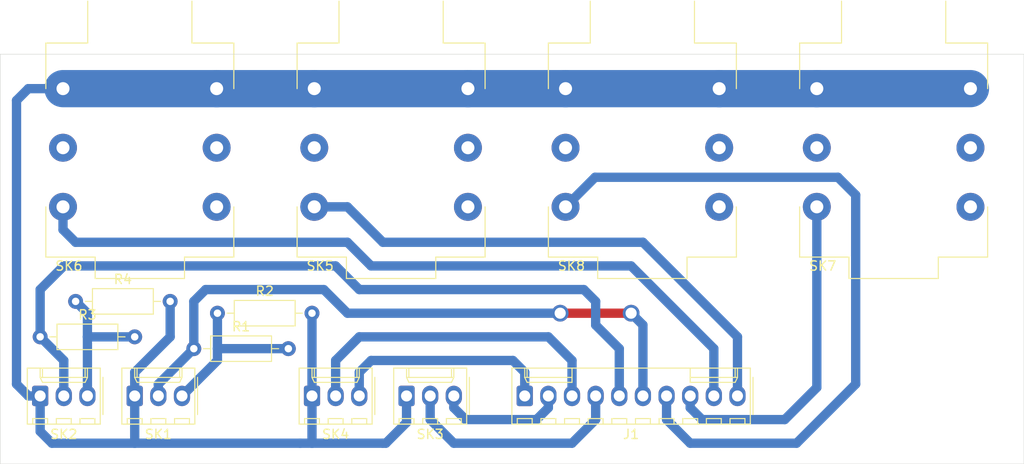
<source format=kicad_pcb>
(kicad_pcb (version 20171130) (host pcbnew 5.1.7-a382d34a8~87~ubuntu16.04.1)

  (general
    (thickness 1.6)
    (drawings 4)
    (tracks 103)
    (zones 0)
    (modules 13)
    (nets 26)
  )

  (page A4)
  (layers
    (0 F.Cu signal)
    (31 B.Cu signal)
    (32 B.Adhes user)
    (33 F.Adhes user)
    (34 B.Paste user)
    (35 F.Paste user)
    (36 B.SilkS user)
    (37 F.SilkS user)
    (38 B.Mask user)
    (39 F.Mask user)
    (40 Dwgs.User user)
    (41 Cmts.User user)
    (42 Eco1.User user)
    (43 Eco2.User user)
    (44 Edge.Cuts user)
    (45 Margin user)
    (46 B.CrtYd user)
    (47 F.CrtYd user)
    (48 B.Fab user)
    (49 F.Fab user)
  )

  (setup
    (last_trace_width 0.25)
    (user_trace_width 1)
    (user_trace_width 4)
    (trace_clearance 0.2)
    (zone_clearance 0.508)
    (zone_45_only no)
    (trace_min 0.2)
    (via_size 0.8)
    (via_drill 0.4)
    (via_min_size 0.4)
    (via_min_drill 0.3)
    (user_via 1.8 1.2)
    (uvia_size 0.3)
    (uvia_drill 0.1)
    (uvias_allowed no)
    (uvia_min_size 0.2)
    (uvia_min_drill 0.1)
    (edge_width 0.05)
    (segment_width 0.2)
    (pcb_text_width 0.3)
    (pcb_text_size 1.5 1.5)
    (mod_edge_width 0.12)
    (mod_text_size 1 1)
    (mod_text_width 0.15)
    (pad_size 1.524 1.524)
    (pad_drill 0.762)
    (pad_to_mask_clearance 0)
    (aux_axis_origin 0 0)
    (visible_elements FFFFFFFF)
    (pcbplotparams
      (layerselection 0x010fc_ffffffff)
      (usegerberextensions false)
      (usegerberattributes true)
      (usegerberadvancedattributes true)
      (creategerberjobfile true)
      (excludeedgelayer true)
      (linewidth 0.100000)
      (plotframeref false)
      (viasonmask false)
      (mode 1)
      (useauxorigin false)
      (hpglpennumber 1)
      (hpglpenspeed 20)
      (hpglpendiameter 15.000000)
      (psnegative false)
      (psa4output false)
      (plotreference true)
      (plotvalue true)
      (plotinvisibletext false)
      (padsonsilk false)
      (subtractmaskfromsilk false)
      (outputformat 1)
      (mirror false)
      (drillshape 1)
      (scaleselection 1)
      (outputdirectory ""))
  )

  (net 0 "")
  (net 1 "Net-(J1-Pad10)")
  (net 2 "Net-(J1-Pad9)")
  (net 3 "Net-(J1-Pad8)")
  (net 4 "Net-(J1-Pad7)")
  (net 5 "Net-(J1-Pad6)")
  (net 6 "Net-(J1-Pad5)")
  (net 7 "Net-(J1-Pad4)")
  (net 8 "Net-(J1-Pad3)")
  (net 9 "Net-(J1-Pad2)")
  (net 10 "Net-(J1-Pad1)")
  (net 11 "Net-(R1-Pad2)")
  (net 12 GND)
  (net 13 "Net-(R3-Pad2)")
  (net 14 "Net-(SK5-PadR)")
  (net 15 "Net-(SK5-PadRN)")
  (net 16 "Net-(SK5-PadTN)")
  (net 17 "Net-(SK6-PadR)")
  (net 18 "Net-(SK6-PadRN)")
  (net 19 "Net-(SK6-PadTN)")
  (net 20 "Net-(SK7-PadR)")
  (net 21 "Net-(SK7-PadRN)")
  (net 22 "Net-(SK7-PadTN)")
  (net 23 "Net-(SK8-PadR)")
  (net 24 "Net-(SK8-PadRN)")
  (net 25 "Net-(SK8-PadTN)")

  (net_class Default "This is the default net class."
    (clearance 0.2)
    (trace_width 0.25)
    (via_dia 0.8)
    (via_drill 0.4)
    (uvia_dia 0.3)
    (uvia_drill 0.1)
    (add_net GND)
    (add_net "Net-(J1-Pad1)")
    (add_net "Net-(J1-Pad10)")
    (add_net "Net-(J1-Pad2)")
    (add_net "Net-(J1-Pad3)")
    (add_net "Net-(J1-Pad4)")
    (add_net "Net-(J1-Pad5)")
    (add_net "Net-(J1-Pad6)")
    (add_net "Net-(J1-Pad7)")
    (add_net "Net-(J1-Pad8)")
    (add_net "Net-(J1-Pad9)")
    (add_net "Net-(R1-Pad2)")
    (add_net "Net-(R3-Pad2)")
    (add_net "Net-(SK5-PadR)")
    (add_net "Net-(SK5-PadRN)")
    (add_net "Net-(SK5-PadTN)")
    (add_net "Net-(SK6-PadR)")
    (add_net "Net-(SK6-PadRN)")
    (add_net "Net-(SK6-PadTN)")
    (add_net "Net-(SK7-PadR)")
    (add_net "Net-(SK7-PadRN)")
    (add_net "Net-(SK7-PadTN)")
    (add_net "Net-(SK8-PadR)")
    (add_net "Net-(SK8-PadRN)")
    (add_net "Net-(SK8-PadTN)")
  )

  (module TAC:CL13345 (layer F.Cu) (tedit 5F96A063) (tstamp 5FC07534)
    (at 126 139.7 90)
    (path /5FBCC165)
    (fp_text reference SK7 (at -19.05 -7.62 180) (layer F.SilkS)
      (effects (font (size 1 1) (thickness 0.15)))
    )
    (fp_text value "Left Aux Monitor" (at -6.35 -1.27 270) (layer F.Fab)
      (effects (font (size 1 1) (thickness 0.15)))
    )
    (fp_text user Jack_6.35mm_Cliff_CL13345 (at -6.35 1.27 90) (layer F.Fab)
      (effects (font (size 1 1) (thickness 0.15)))
    )
    (fp_line (start -20.5 10.1) (end -20.5 -10.1) (layer F.CrtYd) (width 0.05))
    (fp_line (start 9.5 10.1) (end -20.5 10.1) (layer F.CrtYd) (width 0.05))
    (fp_line (start 9.5 -10.1) (end 9.5 10.1) (layer F.CrtYd) (width 0.05))
    (fp_line (start -20.5 -10.1) (end 9.5 -10.1) (layer F.CrtYd) (width 0.05))
    (fp_line (start 4.8 -10) (end 4.8 10) (layer F.Fab) (width 0.12))
    (fp_line (start 4.8 -10) (end -18 -10) (layer F.Fab) (width 0.12))
    (fp_line (start -18 -10) (end -18 10) (layer F.Fab) (width 0.12))
    (fp_line (start -18 10) (end 4.8 10) (layer F.Fab) (width 0.12))
    (fp_line (start -20.3 4.7) (end -20.3 -4.7) (layer F.Fab) (width 0.12))
    (fp_line (start -20.3 -4.7) (end -18 -4.7) (layer F.Fab) (width 0.12))
    (fp_line (start -20.3 4.7) (end -18 4.7) (layer F.Fab) (width 0.12))
    (fp_line (start 9.4 5.5) (end 9.4 -5.5) (layer F.Fab) (width 0.12))
    (fp_line (start 9.4 -5.5) (end 4.8 -5.5) (layer F.Fab) (width 0.12))
    (fp_line (start 9.4 5.5) (end 4.8 5.5) (layer F.Fab) (width 0.12))
    (fp_line (start 9.4 -5.6) (end 4.9 -5.6) (layer F.SilkS) (width 0.12))
    (fp_line (start 4.9 -5.6) (end 4.9 -10.1) (layer F.SilkS) (width 0.12))
    (fp_line (start 4.9 -10.1) (end 0 -10.1) (layer F.SilkS) (width 0.12))
    (fp_line (start 9.4 5.6) (end 4.9 5.6) (layer F.SilkS) (width 0.12))
    (fp_line (start 4.9 5.6) (end 4.9 10.1) (layer F.SilkS) (width 0.12))
    (fp_line (start 4.9 10.1) (end 0 10.1) (layer F.SilkS) (width 0.12))
    (fp_line (start -12.7 -10.1) (end -18.1 -10.1) (layer F.SilkS) (width 0.12))
    (fp_line (start -18.1 -10.1) (end -18.1 -4.8) (layer F.SilkS) (width 0.12))
    (fp_line (start -18.1 -4.8) (end -20.4 -4.8) (layer F.SilkS) (width 0.12))
    (fp_line (start -20.4 -4.8) (end -20.4 4.8) (layer F.SilkS) (width 0.12))
    (fp_line (start -20.4 4.8) (end -18.1 4.8) (layer F.SilkS) (width 0.12))
    (fp_line (start -18.1 4.8) (end -18.1 10.1) (layer F.SilkS) (width 0.12))
    (fp_line (start -18.1 10.1) (end -12.7 10.1) (layer F.SilkS) (width 0.12))
    (pad S thru_hole circle (at 0 -8.255 180) (size 3 3) (drill 1.4) (layers *.Cu *.Mask)
      (net 12 GND))
    (pad T thru_hole circle (at -12.7 -8.255 180) (size 3 3) (drill 1.4) (layers *.Cu *.Mask)
      (net 3 "Net-(J1-Pad8)"))
    (pad R thru_hole circle (at -6.35 -8.255 180) (size 3 3) (drill 1.4) (layers *.Cu *.Mask)
      (net 20 "Net-(SK7-PadR)"))
    (pad SN thru_hole circle (at 0 8.255 180) (size 3 3) (drill 1.4) (layers *.Cu *.Mask)
      (net 12 GND))
    (pad RN thru_hole circle (at -6.35 8.255 180) (size 3 3) (drill 1.4) (layers *.Cu *.Mask)
      (net 21 "Net-(SK7-PadRN)"))
    (pad TN thru_hole circle (at -12.7 8.255 180) (size 3 3) (drill 1.4) (layers *.Cu *.Mask)
      (net 22 "Net-(SK7-PadTN)"))
    (model ${KIPRJMOD}/local-libs/local-3dmodels/CL13345.step
      (offset (xyz -18 -10 0))
      (scale (xyz 1 1 1))
      (rotate (xyz 0 0 -90))
    )
  )

  (module TAC:CL13345 (layer F.Cu) (tedit 5F96A063) (tstamp 5FC07456)
    (at 99 139.7 90)
    (path /5FBCCCB6)
    (fp_text reference SK8 (at -19.05 -7.62 180) (layer F.SilkS)
      (effects (font (size 1 1) (thickness 0.15)))
    )
    (fp_text value "Right Aux Monitor" (at -6.35 -1.27 270) (layer F.Fab)
      (effects (font (size 1 1) (thickness 0.15)))
    )
    (fp_text user Jack_6.35mm_Cliff_CL13345 (at -6.35 1.27 90) (layer F.Fab)
      (effects (font (size 1 1) (thickness 0.15)))
    )
    (fp_line (start -20.5 10.1) (end -20.5 -10.1) (layer F.CrtYd) (width 0.05))
    (fp_line (start 9.5 10.1) (end -20.5 10.1) (layer F.CrtYd) (width 0.05))
    (fp_line (start 9.5 -10.1) (end 9.5 10.1) (layer F.CrtYd) (width 0.05))
    (fp_line (start -20.5 -10.1) (end 9.5 -10.1) (layer F.CrtYd) (width 0.05))
    (fp_line (start 4.8 -10) (end 4.8 10) (layer F.Fab) (width 0.12))
    (fp_line (start 4.8 -10) (end -18 -10) (layer F.Fab) (width 0.12))
    (fp_line (start -18 -10) (end -18 10) (layer F.Fab) (width 0.12))
    (fp_line (start -18 10) (end 4.8 10) (layer F.Fab) (width 0.12))
    (fp_line (start -20.3 4.7) (end -20.3 -4.7) (layer F.Fab) (width 0.12))
    (fp_line (start -20.3 -4.7) (end -18 -4.7) (layer F.Fab) (width 0.12))
    (fp_line (start -20.3 4.7) (end -18 4.7) (layer F.Fab) (width 0.12))
    (fp_line (start 9.4 5.5) (end 9.4 -5.5) (layer F.Fab) (width 0.12))
    (fp_line (start 9.4 -5.5) (end 4.8 -5.5) (layer F.Fab) (width 0.12))
    (fp_line (start 9.4 5.5) (end 4.8 5.5) (layer F.Fab) (width 0.12))
    (fp_line (start 9.4 -5.6) (end 4.9 -5.6) (layer F.SilkS) (width 0.12))
    (fp_line (start 4.9 -5.6) (end 4.9 -10.1) (layer F.SilkS) (width 0.12))
    (fp_line (start 4.9 -10.1) (end 0 -10.1) (layer F.SilkS) (width 0.12))
    (fp_line (start 9.4 5.6) (end 4.9 5.6) (layer F.SilkS) (width 0.12))
    (fp_line (start 4.9 5.6) (end 4.9 10.1) (layer F.SilkS) (width 0.12))
    (fp_line (start 4.9 10.1) (end 0 10.1) (layer F.SilkS) (width 0.12))
    (fp_line (start -12.7 -10.1) (end -18.1 -10.1) (layer F.SilkS) (width 0.12))
    (fp_line (start -18.1 -10.1) (end -18.1 -4.8) (layer F.SilkS) (width 0.12))
    (fp_line (start -18.1 -4.8) (end -20.4 -4.8) (layer F.SilkS) (width 0.12))
    (fp_line (start -20.4 -4.8) (end -20.4 4.8) (layer F.SilkS) (width 0.12))
    (fp_line (start -20.4 4.8) (end -18.1 4.8) (layer F.SilkS) (width 0.12))
    (fp_line (start -18.1 4.8) (end -18.1 10.1) (layer F.SilkS) (width 0.12))
    (fp_line (start -18.1 10.1) (end -12.7 10.1) (layer F.SilkS) (width 0.12))
    (pad S thru_hole circle (at 0 -8.255 180) (size 3 3) (drill 1.4) (layers *.Cu *.Mask)
      (net 12 GND))
    (pad T thru_hole circle (at -12.7 -8.255 180) (size 3 3) (drill 1.4) (layers *.Cu *.Mask)
      (net 4 "Net-(J1-Pad7)"))
    (pad R thru_hole circle (at -6.35 -8.255 180) (size 3 3) (drill 1.4) (layers *.Cu *.Mask)
      (net 23 "Net-(SK8-PadR)"))
    (pad SN thru_hole circle (at 0 8.255 180) (size 3 3) (drill 1.4) (layers *.Cu *.Mask)
      (net 12 GND))
    (pad RN thru_hole circle (at -6.35 8.255 180) (size 3 3) (drill 1.4) (layers *.Cu *.Mask)
      (net 24 "Net-(SK8-PadRN)"))
    (pad TN thru_hole circle (at -12.7 8.255 180) (size 3 3) (drill 1.4) (layers *.Cu *.Mask)
      (net 25 "Net-(SK8-PadTN)"))
    (model ${KIPRJMOD}/local-libs/local-3dmodels/CL13345.step
      (offset (xyz -18 -10 0))
      (scale (xyz 1 1 1))
      (rotate (xyz 0 0 -90))
    )
  )

  (module TAC:CL13345 (layer F.Cu) (tedit 5F96A063) (tstamp 5FC075A3)
    (at 72 139.7 90)
    (path /5FBCD7BE)
    (fp_text reference SK5 (at -19.05 -7.62 180) (layer F.SilkS)
      (effects (font (size 1 1) (thickness 0.15)))
    )
    (fp_text value "Left Monitor" (at -6.35 -1.27 270) (layer F.Fab)
      (effects (font (size 1 1) (thickness 0.15)))
    )
    (fp_text user Jack_6.35mm_Cliff_CL13345 (at -6.35 1.27 90) (layer F.Fab)
      (effects (font (size 1 1) (thickness 0.15)))
    )
    (fp_line (start -20.5 10.1) (end -20.5 -10.1) (layer F.CrtYd) (width 0.05))
    (fp_line (start 9.5 10.1) (end -20.5 10.1) (layer F.CrtYd) (width 0.05))
    (fp_line (start 9.5 -10.1) (end 9.5 10.1) (layer F.CrtYd) (width 0.05))
    (fp_line (start -20.5 -10.1) (end 9.5 -10.1) (layer F.CrtYd) (width 0.05))
    (fp_line (start 4.8 -10) (end 4.8 10) (layer F.Fab) (width 0.12))
    (fp_line (start 4.8 -10) (end -18 -10) (layer F.Fab) (width 0.12))
    (fp_line (start -18 -10) (end -18 10) (layer F.Fab) (width 0.12))
    (fp_line (start -18 10) (end 4.8 10) (layer F.Fab) (width 0.12))
    (fp_line (start -20.3 4.7) (end -20.3 -4.7) (layer F.Fab) (width 0.12))
    (fp_line (start -20.3 -4.7) (end -18 -4.7) (layer F.Fab) (width 0.12))
    (fp_line (start -20.3 4.7) (end -18 4.7) (layer F.Fab) (width 0.12))
    (fp_line (start 9.4 5.5) (end 9.4 -5.5) (layer F.Fab) (width 0.12))
    (fp_line (start 9.4 -5.5) (end 4.8 -5.5) (layer F.Fab) (width 0.12))
    (fp_line (start 9.4 5.5) (end 4.8 5.5) (layer F.Fab) (width 0.12))
    (fp_line (start 9.4 -5.6) (end 4.9 -5.6) (layer F.SilkS) (width 0.12))
    (fp_line (start 4.9 -5.6) (end 4.9 -10.1) (layer F.SilkS) (width 0.12))
    (fp_line (start 4.9 -10.1) (end 0 -10.1) (layer F.SilkS) (width 0.12))
    (fp_line (start 9.4 5.6) (end 4.9 5.6) (layer F.SilkS) (width 0.12))
    (fp_line (start 4.9 5.6) (end 4.9 10.1) (layer F.SilkS) (width 0.12))
    (fp_line (start 4.9 10.1) (end 0 10.1) (layer F.SilkS) (width 0.12))
    (fp_line (start -12.7 -10.1) (end -18.1 -10.1) (layer F.SilkS) (width 0.12))
    (fp_line (start -18.1 -10.1) (end -18.1 -4.8) (layer F.SilkS) (width 0.12))
    (fp_line (start -18.1 -4.8) (end -20.4 -4.8) (layer F.SilkS) (width 0.12))
    (fp_line (start -20.4 -4.8) (end -20.4 4.8) (layer F.SilkS) (width 0.12))
    (fp_line (start -20.4 4.8) (end -18.1 4.8) (layer F.SilkS) (width 0.12))
    (fp_line (start -18.1 4.8) (end -18.1 10.1) (layer F.SilkS) (width 0.12))
    (fp_line (start -18.1 10.1) (end -12.7 10.1) (layer F.SilkS) (width 0.12))
    (pad S thru_hole circle (at 0 -8.255 180) (size 3 3) (drill 1.4) (layers *.Cu *.Mask)
      (net 12 GND))
    (pad T thru_hole circle (at -12.7 -8.255 180) (size 3 3) (drill 1.4) (layers *.Cu *.Mask)
      (net 1 "Net-(J1-Pad10)"))
    (pad R thru_hole circle (at -6.35 -8.255 180) (size 3 3) (drill 1.4) (layers *.Cu *.Mask)
      (net 14 "Net-(SK5-PadR)"))
    (pad SN thru_hole circle (at 0 8.255 180) (size 3 3) (drill 1.4) (layers *.Cu *.Mask)
      (net 12 GND))
    (pad RN thru_hole circle (at -6.35 8.255 180) (size 3 3) (drill 1.4) (layers *.Cu *.Mask)
      (net 15 "Net-(SK5-PadRN)"))
    (pad TN thru_hole circle (at -12.7 8.255 180) (size 3 3) (drill 1.4) (layers *.Cu *.Mask)
      (net 16 "Net-(SK5-PadTN)"))
    (model ${KIPRJMOD}/local-libs/local-3dmodels/CL13345.step
      (offset (xyz -18 -10 0))
      (scale (xyz 1 1 1))
      (rotate (xyz 0 0 -90))
    )
  )

  (module TAC:CL13345 (layer F.Cu) (tedit 5F96A063) (tstamp 5FC074C5)
    (at 45 139.7 90)
    (path /5FBCE14C)
    (fp_text reference SK6 (at -19.05 -7.62 180) (layer F.SilkS)
      (effects (font (size 1 1) (thickness 0.15)))
    )
    (fp_text value "Right Monitor" (at -6.35 -1.27 270) (layer F.Fab)
      (effects (font (size 1 1) (thickness 0.15)))
    )
    (fp_text user Jack_6.35mm_Cliff_CL13345 (at -6.35 1.27 90) (layer F.Fab)
      (effects (font (size 1 1) (thickness 0.15)))
    )
    (fp_line (start -20.5 10.1) (end -20.5 -10.1) (layer F.CrtYd) (width 0.05))
    (fp_line (start 9.5 10.1) (end -20.5 10.1) (layer F.CrtYd) (width 0.05))
    (fp_line (start 9.5 -10.1) (end 9.5 10.1) (layer F.CrtYd) (width 0.05))
    (fp_line (start -20.5 -10.1) (end 9.5 -10.1) (layer F.CrtYd) (width 0.05))
    (fp_line (start 4.8 -10) (end 4.8 10) (layer F.Fab) (width 0.12))
    (fp_line (start 4.8 -10) (end -18 -10) (layer F.Fab) (width 0.12))
    (fp_line (start -18 -10) (end -18 10) (layer F.Fab) (width 0.12))
    (fp_line (start -18 10) (end 4.8 10) (layer F.Fab) (width 0.12))
    (fp_line (start -20.3 4.7) (end -20.3 -4.7) (layer F.Fab) (width 0.12))
    (fp_line (start -20.3 -4.7) (end -18 -4.7) (layer F.Fab) (width 0.12))
    (fp_line (start -20.3 4.7) (end -18 4.7) (layer F.Fab) (width 0.12))
    (fp_line (start 9.4 5.5) (end 9.4 -5.5) (layer F.Fab) (width 0.12))
    (fp_line (start 9.4 -5.5) (end 4.8 -5.5) (layer F.Fab) (width 0.12))
    (fp_line (start 9.4 5.5) (end 4.8 5.5) (layer F.Fab) (width 0.12))
    (fp_line (start 9.4 -5.6) (end 4.9 -5.6) (layer F.SilkS) (width 0.12))
    (fp_line (start 4.9 -5.6) (end 4.9 -10.1) (layer F.SilkS) (width 0.12))
    (fp_line (start 4.9 -10.1) (end 0 -10.1) (layer F.SilkS) (width 0.12))
    (fp_line (start 9.4 5.6) (end 4.9 5.6) (layer F.SilkS) (width 0.12))
    (fp_line (start 4.9 5.6) (end 4.9 10.1) (layer F.SilkS) (width 0.12))
    (fp_line (start 4.9 10.1) (end 0 10.1) (layer F.SilkS) (width 0.12))
    (fp_line (start -12.7 -10.1) (end -18.1 -10.1) (layer F.SilkS) (width 0.12))
    (fp_line (start -18.1 -10.1) (end -18.1 -4.8) (layer F.SilkS) (width 0.12))
    (fp_line (start -18.1 -4.8) (end -20.4 -4.8) (layer F.SilkS) (width 0.12))
    (fp_line (start -20.4 -4.8) (end -20.4 4.8) (layer F.SilkS) (width 0.12))
    (fp_line (start -20.4 4.8) (end -18.1 4.8) (layer F.SilkS) (width 0.12))
    (fp_line (start -18.1 4.8) (end -18.1 10.1) (layer F.SilkS) (width 0.12))
    (fp_line (start -18.1 10.1) (end -12.7 10.1) (layer F.SilkS) (width 0.12))
    (pad S thru_hole circle (at 0 -8.255 180) (size 3 3) (drill 1.4) (layers *.Cu *.Mask)
      (net 12 GND))
    (pad T thru_hole circle (at -12.7 -8.255 180) (size 3 3) (drill 1.4) (layers *.Cu *.Mask)
      (net 2 "Net-(J1-Pad9)"))
    (pad R thru_hole circle (at -6.35 -8.255 180) (size 3 3) (drill 1.4) (layers *.Cu *.Mask)
      (net 17 "Net-(SK6-PadR)"))
    (pad SN thru_hole circle (at 0 8.255 180) (size 3 3) (drill 1.4) (layers *.Cu *.Mask)
      (net 12 GND))
    (pad RN thru_hole circle (at -6.35 8.255 180) (size 3 3) (drill 1.4) (layers *.Cu *.Mask)
      (net 18 "Net-(SK6-PadRN)"))
    (pad TN thru_hole circle (at -12.7 8.255 180) (size 3 3) (drill 1.4) (layers *.Cu *.Mask)
      (net 19 "Net-(SK6-PadTN)"))
    (model ${KIPRJMOD}/local-libs/local-3dmodels/CL13345.step
      (offset (xyz -18 -10 0))
      (scale (xyz 1 1 1))
      (rotate (xyz 0 0 -90))
    )
  )

  (module TAC:Molex_KK-254_AE-6410-03A_1x03_P2.54mm_Vertical_reversed (layer F.Cu) (tedit 5FBFFF12) (tstamp 5FC05B84)
    (at 68.58 172.72 180)
    (descr "Molex KK-254 Interconnect System, old/engineering part number: AE-6410-03A example for new part number: 22-27-2031, 3 Pins (http://www.molex.com/pdm_docs/sd/022272021_sd.pdf), generated with kicad-footprint-generator")
    (tags "connector Molex KK-254 vertical")
    (path /5FBC5C08)
    (fp_text reference SK4 (at 2.54 -4.12) (layer F.SilkS)
      (effects (font (size 1 1) (thickness 0.15)))
    )
    (fp_text value "Right Insert" (at 2.54 4.08) (layer F.Fab)
      (effects (font (size 1 1) (thickness 0.15)))
    )
    (fp_line (start -1.27 -2.92) (end -1.27 2.88) (layer F.Fab) (width 0.1))
    (fp_line (start -1.27 2.88) (end 6.35 2.88) (layer F.Fab) (width 0.1))
    (fp_line (start 6.35 2.88) (end 6.35 -2.92) (layer F.Fab) (width 0.1))
    (fp_line (start 6.35 -2.92) (end -1.27 -2.92) (layer F.Fab) (width 0.1))
    (fp_line (start -1.38 -3.03) (end -1.38 2.99) (layer F.SilkS) (width 0.12))
    (fp_line (start -1.38 2.99) (end 6.46 2.99) (layer F.SilkS) (width 0.12))
    (fp_line (start 6.46 2.99) (end 6.46 -3.03) (layer F.SilkS) (width 0.12))
    (fp_line (start 6.46 -3.03) (end -1.38 -3.03) (layer F.SilkS) (width 0.12))
    (fp_line (start -1.67 -2) (end -1.67 2) (layer F.SilkS) (width 0.12))
    (fp_line (start -1.27 -0.5) (end -0.562893 0) (layer F.Fab) (width 0.1))
    (fp_line (start -0.562893 0) (end -1.27 0.5) (layer F.Fab) (width 0.1))
    (fp_line (start 0 2.99) (end 0 1.99) (layer F.SilkS) (width 0.12))
    (fp_line (start 0 1.99) (end 5.08 1.99) (layer F.SilkS) (width 0.12))
    (fp_line (start 5.08 1.99) (end 5.08 2.99) (layer F.SilkS) (width 0.12))
    (fp_line (start 0 1.99) (end 0.25 1.46) (layer F.SilkS) (width 0.12))
    (fp_line (start 0.25 1.46) (end 4.83 1.46) (layer F.SilkS) (width 0.12))
    (fp_line (start 4.83 1.46) (end 5.08 1.99) (layer F.SilkS) (width 0.12))
    (fp_line (start 0.25 2.99) (end 0.25 1.99) (layer F.SilkS) (width 0.12))
    (fp_line (start 4.83 2.99) (end 4.83 1.99) (layer F.SilkS) (width 0.12))
    (fp_line (start -0.8 -3.03) (end -0.8 -2.43) (layer F.SilkS) (width 0.12))
    (fp_line (start -0.8 -2.43) (end 0.8 -2.43) (layer F.SilkS) (width 0.12))
    (fp_line (start 0.8 -2.43) (end 0.8 -3.03) (layer F.SilkS) (width 0.12))
    (fp_line (start 1.74 -3.03) (end 1.74 -2.43) (layer F.SilkS) (width 0.12))
    (fp_line (start 1.74 -2.43) (end 3.34 -2.43) (layer F.SilkS) (width 0.12))
    (fp_line (start 3.34 -2.43) (end 3.34 -3.03) (layer F.SilkS) (width 0.12))
    (fp_line (start 4.28 -3.03) (end 4.28 -2.43) (layer F.SilkS) (width 0.12))
    (fp_line (start 4.28 -2.43) (end 5.88 -2.43) (layer F.SilkS) (width 0.12))
    (fp_line (start 5.88 -2.43) (end 5.88 -3.03) (layer F.SilkS) (width 0.12))
    (fp_line (start -1.77 -3.42) (end -1.77 3.38) (layer F.CrtYd) (width 0.05))
    (fp_line (start -1.77 3.38) (end 6.85 3.38) (layer F.CrtYd) (width 0.05))
    (fp_line (start 6.85 3.38) (end 6.85 -3.42) (layer F.CrtYd) (width 0.05))
    (fp_line (start 6.85 -3.42) (end -1.77 -3.42) (layer F.CrtYd) (width 0.05))
    (fp_text user %R (at 2.54 -2.22) (layer F.Fab)
      (effects (font (size 1 1) (thickness 0.15)))
    )
    (pad 1 thru_hole roundrect (at 5.08 0 180) (size 1.74 2.19) (drill 1.19) (layers *.Cu *.Mask) (roundrect_rratio 0.144)
      (net 12 GND))
    (pad 2 thru_hole oval (at 2.54 0 180) (size 1.74 2.19) (drill 1.19) (layers *.Cu *.Mask)
      (net 8 "Net-(J1-Pad3)"))
    (pad 3 thru_hole oval (at 0 0 180) (size 1.74 2.19) (drill 1.19) (layers *.Cu *.Mask)
      (net 10 "Net-(J1-Pad1)"))
    (model ${KISYS3DMOD}/Connector_Molex.3dshapes/Molex_KK-254_AE-6410-03A_1x03_P2.54mm_Vertical.wrl
      (at (xyz 0 0 0))
      (scale (xyz 1 1 1))
      (rotate (xyz 0 0 0))
    )
  )

  (module TAC:Molex_KK-254_AE-6410-03A_1x03_P2.54mm_Vertical_reversed (layer F.Cu) (tedit 5FBFFF12) (tstamp 5FC06F7D)
    (at 78.74 172.72 180)
    (descr "Molex KK-254 Interconnect System, old/engineering part number: AE-6410-03A example for new part number: 22-27-2031, 3 Pins (http://www.molex.com/pdm_docs/sd/022272021_sd.pdf), generated with kicad-footprint-generator")
    (tags "connector Molex KK-254 vertical")
    (path /5FBC0989)
    (fp_text reference SK3 (at 2.54 -4.12) (layer F.SilkS)
      (effects (font (size 1 1) (thickness 0.15)))
    )
    (fp_text value "Left Insert" (at 2.54 4.08) (layer F.Fab)
      (effects (font (size 1 1) (thickness 0.15)))
    )
    (fp_line (start -1.27 -2.92) (end -1.27 2.88) (layer F.Fab) (width 0.1))
    (fp_line (start -1.27 2.88) (end 6.35 2.88) (layer F.Fab) (width 0.1))
    (fp_line (start 6.35 2.88) (end 6.35 -2.92) (layer F.Fab) (width 0.1))
    (fp_line (start 6.35 -2.92) (end -1.27 -2.92) (layer F.Fab) (width 0.1))
    (fp_line (start -1.38 -3.03) (end -1.38 2.99) (layer F.SilkS) (width 0.12))
    (fp_line (start -1.38 2.99) (end 6.46 2.99) (layer F.SilkS) (width 0.12))
    (fp_line (start 6.46 2.99) (end 6.46 -3.03) (layer F.SilkS) (width 0.12))
    (fp_line (start 6.46 -3.03) (end -1.38 -3.03) (layer F.SilkS) (width 0.12))
    (fp_line (start -1.67 -2) (end -1.67 2) (layer F.SilkS) (width 0.12))
    (fp_line (start -1.27 -0.5) (end -0.562893 0) (layer F.Fab) (width 0.1))
    (fp_line (start -0.562893 0) (end -1.27 0.5) (layer F.Fab) (width 0.1))
    (fp_line (start 0 2.99) (end 0 1.99) (layer F.SilkS) (width 0.12))
    (fp_line (start 0 1.99) (end 5.08 1.99) (layer F.SilkS) (width 0.12))
    (fp_line (start 5.08 1.99) (end 5.08 2.99) (layer F.SilkS) (width 0.12))
    (fp_line (start 0 1.99) (end 0.25 1.46) (layer F.SilkS) (width 0.12))
    (fp_line (start 0.25 1.46) (end 4.83 1.46) (layer F.SilkS) (width 0.12))
    (fp_line (start 4.83 1.46) (end 5.08 1.99) (layer F.SilkS) (width 0.12))
    (fp_line (start 0.25 2.99) (end 0.25 1.99) (layer F.SilkS) (width 0.12))
    (fp_line (start 4.83 2.99) (end 4.83 1.99) (layer F.SilkS) (width 0.12))
    (fp_line (start -0.8 -3.03) (end -0.8 -2.43) (layer F.SilkS) (width 0.12))
    (fp_line (start -0.8 -2.43) (end 0.8 -2.43) (layer F.SilkS) (width 0.12))
    (fp_line (start 0.8 -2.43) (end 0.8 -3.03) (layer F.SilkS) (width 0.12))
    (fp_line (start 1.74 -3.03) (end 1.74 -2.43) (layer F.SilkS) (width 0.12))
    (fp_line (start 1.74 -2.43) (end 3.34 -2.43) (layer F.SilkS) (width 0.12))
    (fp_line (start 3.34 -2.43) (end 3.34 -3.03) (layer F.SilkS) (width 0.12))
    (fp_line (start 4.28 -3.03) (end 4.28 -2.43) (layer F.SilkS) (width 0.12))
    (fp_line (start 4.28 -2.43) (end 5.88 -2.43) (layer F.SilkS) (width 0.12))
    (fp_line (start 5.88 -2.43) (end 5.88 -3.03) (layer F.SilkS) (width 0.12))
    (fp_line (start -1.77 -3.42) (end -1.77 3.38) (layer F.CrtYd) (width 0.05))
    (fp_line (start -1.77 3.38) (end 6.85 3.38) (layer F.CrtYd) (width 0.05))
    (fp_line (start 6.85 3.38) (end 6.85 -3.42) (layer F.CrtYd) (width 0.05))
    (fp_line (start 6.85 -3.42) (end -1.77 -3.42) (layer F.CrtYd) (width 0.05))
    (fp_text user %R (at 2.54 -2.22) (layer F.Fab)
      (effects (font (size 1 1) (thickness 0.15)))
    )
    (pad 1 thru_hole roundrect (at 5.08 0 180) (size 1.74 2.19) (drill 1.19) (layers *.Cu *.Mask) (roundrect_rratio 0.144)
      (net 12 GND))
    (pad 2 thru_hole oval (at 2.54 0 180) (size 1.74 2.19) (drill 1.19) (layers *.Cu *.Mask)
      (net 7 "Net-(J1-Pad4)"))
    (pad 3 thru_hole oval (at 0 0 180) (size 1.74 2.19) (drill 1.19) (layers *.Cu *.Mask)
      (net 9 "Net-(J1-Pad2)"))
    (model ${KISYS3DMOD}/Connector_Molex.3dshapes/Molex_KK-254_AE-6410-03A_1x03_P2.54mm_Vertical.wrl
      (at (xyz 0 0 0))
      (scale (xyz 1 1 1))
      (rotate (xyz 0 0 0))
    )
  )

  (module TAC:Molex_KK-254_AE-6410-03A_1x03_P2.54mm_Vertical_reversed (layer F.Cu) (tedit 5FBFFF12) (tstamp 5FC05B34)
    (at 39.37 172.72 180)
    (descr "Molex KK-254 Interconnect System, old/engineering part number: AE-6410-03A example for new part number: 22-27-2031, 3 Pins (http://www.molex.com/pdm_docs/sd/022272021_sd.pdf), generated with kicad-footprint-generator")
    (tags "connector Molex KK-254 vertical")
    (path /5FBC654D)
    (fp_text reference SK2 (at 2.54 -4.12) (layer F.SilkS)
      (effects (font (size 1 1) (thickness 0.15)))
    )
    (fp_text value "Right Bus" (at 2.54 4.08) (layer F.Fab)
      (effects (font (size 1 1) (thickness 0.15)))
    )
    (fp_line (start -1.27 -2.92) (end -1.27 2.88) (layer F.Fab) (width 0.1))
    (fp_line (start -1.27 2.88) (end 6.35 2.88) (layer F.Fab) (width 0.1))
    (fp_line (start 6.35 2.88) (end 6.35 -2.92) (layer F.Fab) (width 0.1))
    (fp_line (start 6.35 -2.92) (end -1.27 -2.92) (layer F.Fab) (width 0.1))
    (fp_line (start -1.38 -3.03) (end -1.38 2.99) (layer F.SilkS) (width 0.12))
    (fp_line (start -1.38 2.99) (end 6.46 2.99) (layer F.SilkS) (width 0.12))
    (fp_line (start 6.46 2.99) (end 6.46 -3.03) (layer F.SilkS) (width 0.12))
    (fp_line (start 6.46 -3.03) (end -1.38 -3.03) (layer F.SilkS) (width 0.12))
    (fp_line (start -1.67 -2) (end -1.67 2) (layer F.SilkS) (width 0.12))
    (fp_line (start -1.27 -0.5) (end -0.562893 0) (layer F.Fab) (width 0.1))
    (fp_line (start -0.562893 0) (end -1.27 0.5) (layer F.Fab) (width 0.1))
    (fp_line (start 0 2.99) (end 0 1.99) (layer F.SilkS) (width 0.12))
    (fp_line (start 0 1.99) (end 5.08 1.99) (layer F.SilkS) (width 0.12))
    (fp_line (start 5.08 1.99) (end 5.08 2.99) (layer F.SilkS) (width 0.12))
    (fp_line (start 0 1.99) (end 0.25 1.46) (layer F.SilkS) (width 0.12))
    (fp_line (start 0.25 1.46) (end 4.83 1.46) (layer F.SilkS) (width 0.12))
    (fp_line (start 4.83 1.46) (end 5.08 1.99) (layer F.SilkS) (width 0.12))
    (fp_line (start 0.25 2.99) (end 0.25 1.99) (layer F.SilkS) (width 0.12))
    (fp_line (start 4.83 2.99) (end 4.83 1.99) (layer F.SilkS) (width 0.12))
    (fp_line (start -0.8 -3.03) (end -0.8 -2.43) (layer F.SilkS) (width 0.12))
    (fp_line (start -0.8 -2.43) (end 0.8 -2.43) (layer F.SilkS) (width 0.12))
    (fp_line (start 0.8 -2.43) (end 0.8 -3.03) (layer F.SilkS) (width 0.12))
    (fp_line (start 1.74 -3.03) (end 1.74 -2.43) (layer F.SilkS) (width 0.12))
    (fp_line (start 1.74 -2.43) (end 3.34 -2.43) (layer F.SilkS) (width 0.12))
    (fp_line (start 3.34 -2.43) (end 3.34 -3.03) (layer F.SilkS) (width 0.12))
    (fp_line (start 4.28 -3.03) (end 4.28 -2.43) (layer F.SilkS) (width 0.12))
    (fp_line (start 4.28 -2.43) (end 5.88 -2.43) (layer F.SilkS) (width 0.12))
    (fp_line (start 5.88 -2.43) (end 5.88 -3.03) (layer F.SilkS) (width 0.12))
    (fp_line (start -1.77 -3.42) (end -1.77 3.38) (layer F.CrtYd) (width 0.05))
    (fp_line (start -1.77 3.38) (end 6.85 3.38) (layer F.CrtYd) (width 0.05))
    (fp_line (start 6.85 3.38) (end 6.85 -3.42) (layer F.CrtYd) (width 0.05))
    (fp_line (start 6.85 -3.42) (end -1.77 -3.42) (layer F.CrtYd) (width 0.05))
    (fp_text user %R (at 2.54 -2.22) (layer F.Fab)
      (effects (font (size 1 1) (thickness 0.15)))
    )
    (pad 1 thru_hole roundrect (at 5.08 0 180) (size 1.74 2.19) (drill 1.19) (layers *.Cu *.Mask) (roundrect_rratio 0.144)
      (net 12 GND))
    (pad 2 thru_hole oval (at 2.54 0 180) (size 1.74 2.19) (drill 1.19) (layers *.Cu *.Mask)
      (net 6 "Net-(J1-Pad5)"))
    (pad 3 thru_hole oval (at 0 0 180) (size 1.74 2.19) (drill 1.19) (layers *.Cu *.Mask)
      (net 13 "Net-(R3-Pad2)"))
    (model ${KISYS3DMOD}/Connector_Molex.3dshapes/Molex_KK-254_AE-6410-03A_1x03_P2.54mm_Vertical.wrl
      (at (xyz 0 0 0))
      (scale (xyz 1 1 1))
      (rotate (xyz 0 0 0))
    )
  )

  (module TAC:Molex_KK-254_AE-6410-03A_1x03_P2.54mm_Vertical_reversed (layer F.Cu) (tedit 5FBFFF12) (tstamp 5FC062E6)
    (at 49.53 172.72 180)
    (descr "Molex KK-254 Interconnect System, old/engineering part number: AE-6410-03A example for new part number: 22-27-2031, 3 Pins (http://www.molex.com/pdm_docs/sd/022272021_sd.pdf), generated with kicad-footprint-generator")
    (tags "connector Molex KK-254 vertical")
    (path /5FBC6265)
    (fp_text reference SK1 (at 2.54 -4.12) (layer F.SilkS)
      (effects (font (size 1 1) (thickness 0.15)))
    )
    (fp_text value "Left Bus" (at 2.54 4.08) (layer F.Fab)
      (effects (font (size 1 1) (thickness 0.15)))
    )
    (fp_line (start -1.27 -2.92) (end -1.27 2.88) (layer F.Fab) (width 0.1))
    (fp_line (start -1.27 2.88) (end 6.35 2.88) (layer F.Fab) (width 0.1))
    (fp_line (start 6.35 2.88) (end 6.35 -2.92) (layer F.Fab) (width 0.1))
    (fp_line (start 6.35 -2.92) (end -1.27 -2.92) (layer F.Fab) (width 0.1))
    (fp_line (start -1.38 -3.03) (end -1.38 2.99) (layer F.SilkS) (width 0.12))
    (fp_line (start -1.38 2.99) (end 6.46 2.99) (layer F.SilkS) (width 0.12))
    (fp_line (start 6.46 2.99) (end 6.46 -3.03) (layer F.SilkS) (width 0.12))
    (fp_line (start 6.46 -3.03) (end -1.38 -3.03) (layer F.SilkS) (width 0.12))
    (fp_line (start -1.67 -2) (end -1.67 2) (layer F.SilkS) (width 0.12))
    (fp_line (start -1.27 -0.5) (end -0.562893 0) (layer F.Fab) (width 0.1))
    (fp_line (start -0.562893 0) (end -1.27 0.5) (layer F.Fab) (width 0.1))
    (fp_line (start 0 2.99) (end 0 1.99) (layer F.SilkS) (width 0.12))
    (fp_line (start 0 1.99) (end 5.08 1.99) (layer F.SilkS) (width 0.12))
    (fp_line (start 5.08 1.99) (end 5.08 2.99) (layer F.SilkS) (width 0.12))
    (fp_line (start 0 1.99) (end 0.25 1.46) (layer F.SilkS) (width 0.12))
    (fp_line (start 0.25 1.46) (end 4.83 1.46) (layer F.SilkS) (width 0.12))
    (fp_line (start 4.83 1.46) (end 5.08 1.99) (layer F.SilkS) (width 0.12))
    (fp_line (start 0.25 2.99) (end 0.25 1.99) (layer F.SilkS) (width 0.12))
    (fp_line (start 4.83 2.99) (end 4.83 1.99) (layer F.SilkS) (width 0.12))
    (fp_line (start -0.8 -3.03) (end -0.8 -2.43) (layer F.SilkS) (width 0.12))
    (fp_line (start -0.8 -2.43) (end 0.8 -2.43) (layer F.SilkS) (width 0.12))
    (fp_line (start 0.8 -2.43) (end 0.8 -3.03) (layer F.SilkS) (width 0.12))
    (fp_line (start 1.74 -3.03) (end 1.74 -2.43) (layer F.SilkS) (width 0.12))
    (fp_line (start 1.74 -2.43) (end 3.34 -2.43) (layer F.SilkS) (width 0.12))
    (fp_line (start 3.34 -2.43) (end 3.34 -3.03) (layer F.SilkS) (width 0.12))
    (fp_line (start 4.28 -3.03) (end 4.28 -2.43) (layer F.SilkS) (width 0.12))
    (fp_line (start 4.28 -2.43) (end 5.88 -2.43) (layer F.SilkS) (width 0.12))
    (fp_line (start 5.88 -2.43) (end 5.88 -3.03) (layer F.SilkS) (width 0.12))
    (fp_line (start -1.77 -3.42) (end -1.77 3.38) (layer F.CrtYd) (width 0.05))
    (fp_line (start -1.77 3.38) (end 6.85 3.38) (layer F.CrtYd) (width 0.05))
    (fp_line (start 6.85 3.38) (end 6.85 -3.42) (layer F.CrtYd) (width 0.05))
    (fp_line (start 6.85 -3.42) (end -1.77 -3.42) (layer F.CrtYd) (width 0.05))
    (fp_text user %R (at 2.54 -2.22) (layer F.Fab)
      (effects (font (size 1 1) (thickness 0.15)))
    )
    (pad 1 thru_hole roundrect (at 5.08 0 180) (size 1.74 2.19) (drill 1.19) (layers *.Cu *.Mask) (roundrect_rratio 0.144)
      (net 12 GND))
    (pad 2 thru_hole oval (at 2.54 0 180) (size 1.74 2.19) (drill 1.19) (layers *.Cu *.Mask)
      (net 5 "Net-(J1-Pad6)"))
    (pad 3 thru_hole oval (at 0 0 180) (size 1.74 2.19) (drill 1.19) (layers *.Cu *.Mask)
      (net 11 "Net-(R1-Pad2)"))
    (model ${KISYS3DMOD}/Connector_Molex.3dshapes/Molex_KK-254_AE-6410-03A_1x03_P2.54mm_Vertical.wrl
      (at (xyz 0 0 0))
      (scale (xyz 1 1 1))
      (rotate (xyz 0 0 0))
    )
  )

  (module Resistor_THT:R_Axial_DIN0207_L6.3mm_D2.5mm_P10.16mm_Horizontal (layer F.Cu) (tedit 5AE5139B) (tstamp 5FC07A13)
    (at 38.1 162.56)
    (descr "Resistor, Axial_DIN0207 series, Axial, Horizontal, pin pitch=10.16mm, 0.25W = 1/4W, length*diameter=6.3*2.5mm^2, http://cdn-reichelt.de/documents/datenblatt/B400/1_4W%23YAG.pdf")
    (tags "Resistor Axial_DIN0207 series Axial Horizontal pin pitch 10.16mm 0.25W = 1/4W length 6.3mm diameter 2.5mm")
    (path /5FBDDDC0)
    (fp_text reference R4 (at 5.08 -2.37) (layer F.SilkS)
      (effects (font (size 1 1) (thickness 0.15)))
    )
    (fp_text value 1k (at 5.08 2.37) (layer F.Fab)
      (effects (font (size 1 1) (thickness 0.15)))
    )
    (fp_line (start 11.21 -1.5) (end -1.05 -1.5) (layer F.CrtYd) (width 0.05))
    (fp_line (start 11.21 1.5) (end 11.21 -1.5) (layer F.CrtYd) (width 0.05))
    (fp_line (start -1.05 1.5) (end 11.21 1.5) (layer F.CrtYd) (width 0.05))
    (fp_line (start -1.05 -1.5) (end -1.05 1.5) (layer F.CrtYd) (width 0.05))
    (fp_line (start 9.12 0) (end 8.35 0) (layer F.SilkS) (width 0.12))
    (fp_line (start 1.04 0) (end 1.81 0) (layer F.SilkS) (width 0.12))
    (fp_line (start 8.35 -1.37) (end 1.81 -1.37) (layer F.SilkS) (width 0.12))
    (fp_line (start 8.35 1.37) (end 8.35 -1.37) (layer F.SilkS) (width 0.12))
    (fp_line (start 1.81 1.37) (end 8.35 1.37) (layer F.SilkS) (width 0.12))
    (fp_line (start 1.81 -1.37) (end 1.81 1.37) (layer F.SilkS) (width 0.12))
    (fp_line (start 10.16 0) (end 8.23 0) (layer F.Fab) (width 0.1))
    (fp_line (start 0 0) (end 1.93 0) (layer F.Fab) (width 0.1))
    (fp_line (start 8.23 -1.25) (end 1.93 -1.25) (layer F.Fab) (width 0.1))
    (fp_line (start 8.23 1.25) (end 8.23 -1.25) (layer F.Fab) (width 0.1))
    (fp_line (start 1.93 1.25) (end 8.23 1.25) (layer F.Fab) (width 0.1))
    (fp_line (start 1.93 -1.25) (end 1.93 1.25) (layer F.Fab) (width 0.1))
    (fp_text user %R (at 5.08 0) (layer F.Fab)
      (effects (font (size 1 1) (thickness 0.15)))
    )
    (pad 2 thru_hole oval (at 10.16 0) (size 1.6 1.6) (drill 0.8) (layers *.Cu *.Mask)
      (net 12 GND))
    (pad 1 thru_hole circle (at 0 0) (size 1.6 1.6) (drill 0.8) (layers *.Cu *.Mask)
      (net 13 "Net-(R3-Pad2)"))
    (model ${KISYS3DMOD}/Resistor_THT.3dshapes/R_Axial_DIN0207_L6.3mm_D2.5mm_P10.16mm_Horizontal.wrl
      (at (xyz 0 0 0))
      (scale (xyz 1 1 1))
      (rotate (xyz 0 0 0))
    )
  )

  (module Resistor_THT:R_Axial_DIN0207_L6.3mm_D2.5mm_P10.16mm_Horizontal (layer F.Cu) (tedit 5AE5139B) (tstamp 5FC07861)
    (at 34.29 166.37)
    (descr "Resistor, Axial_DIN0207 series, Axial, Horizontal, pin pitch=10.16mm, 0.25W = 1/4W, length*diameter=6.3*2.5mm^2, http://cdn-reichelt.de/documents/datenblatt/B400/1_4W%23YAG.pdf")
    (tags "Resistor Axial_DIN0207 series Axial Horizontal pin pitch 10.16mm 0.25W = 1/4W length 6.3mm diameter 2.5mm")
    (path /5FBDE19C)
    (fp_text reference R3 (at 5.08 -2.37) (layer F.SilkS)
      (effects (font (size 1 1) (thickness 0.15)))
    )
    (fp_text value 3k (at 5.08 2.37) (layer F.Fab)
      (effects (font (size 1 1) (thickness 0.15)))
    )
    (fp_line (start 11.21 -1.5) (end -1.05 -1.5) (layer F.CrtYd) (width 0.05))
    (fp_line (start 11.21 1.5) (end 11.21 -1.5) (layer F.CrtYd) (width 0.05))
    (fp_line (start -1.05 1.5) (end 11.21 1.5) (layer F.CrtYd) (width 0.05))
    (fp_line (start -1.05 -1.5) (end -1.05 1.5) (layer F.CrtYd) (width 0.05))
    (fp_line (start 9.12 0) (end 8.35 0) (layer F.SilkS) (width 0.12))
    (fp_line (start 1.04 0) (end 1.81 0) (layer F.SilkS) (width 0.12))
    (fp_line (start 8.35 -1.37) (end 1.81 -1.37) (layer F.SilkS) (width 0.12))
    (fp_line (start 8.35 1.37) (end 8.35 -1.37) (layer F.SilkS) (width 0.12))
    (fp_line (start 1.81 1.37) (end 8.35 1.37) (layer F.SilkS) (width 0.12))
    (fp_line (start 1.81 -1.37) (end 1.81 1.37) (layer F.SilkS) (width 0.12))
    (fp_line (start 10.16 0) (end 8.23 0) (layer F.Fab) (width 0.1))
    (fp_line (start 0 0) (end 1.93 0) (layer F.Fab) (width 0.1))
    (fp_line (start 8.23 -1.25) (end 1.93 -1.25) (layer F.Fab) (width 0.1))
    (fp_line (start 8.23 1.25) (end 8.23 -1.25) (layer F.Fab) (width 0.1))
    (fp_line (start 1.93 1.25) (end 8.23 1.25) (layer F.Fab) (width 0.1))
    (fp_line (start 1.93 -1.25) (end 1.93 1.25) (layer F.Fab) (width 0.1))
    (fp_text user %R (at 5.08 0) (layer F.Fab)
      (effects (font (size 1 1) (thickness 0.15)))
    )
    (pad 2 thru_hole oval (at 10.16 0) (size 1.6 1.6) (drill 0.8) (layers *.Cu *.Mask)
      (net 13 "Net-(R3-Pad2)"))
    (pad 1 thru_hole circle (at 0 0) (size 1.6 1.6) (drill 0.8) (layers *.Cu *.Mask)
      (net 6 "Net-(J1-Pad5)"))
    (model ${KISYS3DMOD}/Resistor_THT.3dshapes/R_Axial_DIN0207_L6.3mm_D2.5mm_P10.16mm_Horizontal.wrl
      (at (xyz 0 0 0))
      (scale (xyz 1 1 1))
      (rotate (xyz 0 0 0))
    )
  )

  (module Resistor_THT:R_Axial_DIN0207_L6.3mm_D2.5mm_P10.16mm_Horizontal (layer F.Cu) (tedit 5AE5139B) (tstamp 5FC085BC)
    (at 53.34 163.83)
    (descr "Resistor, Axial_DIN0207 series, Axial, Horizontal, pin pitch=10.16mm, 0.25W = 1/4W, length*diameter=6.3*2.5mm^2, http://cdn-reichelt.de/documents/datenblatt/B400/1_4W%23YAG.pdf")
    (tags "Resistor Axial_DIN0207 series Axial Horizontal pin pitch 10.16mm 0.25W = 1/4W length 6.3mm diameter 2.5mm")
    (path /5FBDDB52)
    (fp_text reference R2 (at 5.08 -2.37) (layer F.SilkS)
      (effects (font (size 1 1) (thickness 0.15)))
    )
    (fp_text value 1k (at 5.08 2.37) (layer F.Fab)
      (effects (font (size 1 1) (thickness 0.15)))
    )
    (fp_line (start 11.21 -1.5) (end -1.05 -1.5) (layer F.CrtYd) (width 0.05))
    (fp_line (start 11.21 1.5) (end 11.21 -1.5) (layer F.CrtYd) (width 0.05))
    (fp_line (start -1.05 1.5) (end 11.21 1.5) (layer F.CrtYd) (width 0.05))
    (fp_line (start -1.05 -1.5) (end -1.05 1.5) (layer F.CrtYd) (width 0.05))
    (fp_line (start 9.12 0) (end 8.35 0) (layer F.SilkS) (width 0.12))
    (fp_line (start 1.04 0) (end 1.81 0) (layer F.SilkS) (width 0.12))
    (fp_line (start 8.35 -1.37) (end 1.81 -1.37) (layer F.SilkS) (width 0.12))
    (fp_line (start 8.35 1.37) (end 8.35 -1.37) (layer F.SilkS) (width 0.12))
    (fp_line (start 1.81 1.37) (end 8.35 1.37) (layer F.SilkS) (width 0.12))
    (fp_line (start 1.81 -1.37) (end 1.81 1.37) (layer F.SilkS) (width 0.12))
    (fp_line (start 10.16 0) (end 8.23 0) (layer F.Fab) (width 0.1))
    (fp_line (start 0 0) (end 1.93 0) (layer F.Fab) (width 0.1))
    (fp_line (start 8.23 -1.25) (end 1.93 -1.25) (layer F.Fab) (width 0.1))
    (fp_line (start 8.23 1.25) (end 8.23 -1.25) (layer F.Fab) (width 0.1))
    (fp_line (start 1.93 1.25) (end 8.23 1.25) (layer F.Fab) (width 0.1))
    (fp_line (start 1.93 -1.25) (end 1.93 1.25) (layer F.Fab) (width 0.1))
    (fp_text user %R (at 5.08 0) (layer F.Fab)
      (effects (font (size 1 1) (thickness 0.15)))
    )
    (pad 2 thru_hole oval (at 10.16 0) (size 1.6 1.6) (drill 0.8) (layers *.Cu *.Mask)
      (net 12 GND))
    (pad 1 thru_hole circle (at 0 0) (size 1.6 1.6) (drill 0.8) (layers *.Cu *.Mask)
      (net 11 "Net-(R1-Pad2)"))
    (model ${KISYS3DMOD}/Resistor_THT.3dshapes/R_Axial_DIN0207_L6.3mm_D2.5mm_P10.16mm_Horizontal.wrl
      (at (xyz 0 0 0))
      (scale (xyz 1 1 1))
      (rotate (xyz 0 0 0))
    )
  )

  (module Resistor_THT:R_Axial_DIN0207_L6.3mm_D2.5mm_P10.16mm_Horizontal (layer F.Cu) (tedit 5AE5139B) (tstamp 5FC05A9F)
    (at 50.8 167.64)
    (descr "Resistor, Axial_DIN0207 series, Axial, Horizontal, pin pitch=10.16mm, 0.25W = 1/4W, length*diameter=6.3*2.5mm^2, http://cdn-reichelt.de/documents/datenblatt/B400/1_4W%23YAG.pdf")
    (tags "Resistor Axial_DIN0207 series Axial Horizontal pin pitch 10.16mm 0.25W = 1/4W length 6.3mm diameter 2.5mm")
    (path /5FBDC71D)
    (fp_text reference R1 (at 5.08 -2.37) (layer F.SilkS)
      (effects (font (size 1 1) (thickness 0.15)))
    )
    (fp_text value 3k (at 5.08 2.37) (layer F.Fab)
      (effects (font (size 1 1) (thickness 0.15)))
    )
    (fp_line (start 11.21 -1.5) (end -1.05 -1.5) (layer F.CrtYd) (width 0.05))
    (fp_line (start 11.21 1.5) (end 11.21 -1.5) (layer F.CrtYd) (width 0.05))
    (fp_line (start -1.05 1.5) (end 11.21 1.5) (layer F.CrtYd) (width 0.05))
    (fp_line (start -1.05 -1.5) (end -1.05 1.5) (layer F.CrtYd) (width 0.05))
    (fp_line (start 9.12 0) (end 8.35 0) (layer F.SilkS) (width 0.12))
    (fp_line (start 1.04 0) (end 1.81 0) (layer F.SilkS) (width 0.12))
    (fp_line (start 8.35 -1.37) (end 1.81 -1.37) (layer F.SilkS) (width 0.12))
    (fp_line (start 8.35 1.37) (end 8.35 -1.37) (layer F.SilkS) (width 0.12))
    (fp_line (start 1.81 1.37) (end 8.35 1.37) (layer F.SilkS) (width 0.12))
    (fp_line (start 1.81 -1.37) (end 1.81 1.37) (layer F.SilkS) (width 0.12))
    (fp_line (start 10.16 0) (end 8.23 0) (layer F.Fab) (width 0.1))
    (fp_line (start 0 0) (end 1.93 0) (layer F.Fab) (width 0.1))
    (fp_line (start 8.23 -1.25) (end 1.93 -1.25) (layer F.Fab) (width 0.1))
    (fp_line (start 8.23 1.25) (end 8.23 -1.25) (layer F.Fab) (width 0.1))
    (fp_line (start 1.93 1.25) (end 8.23 1.25) (layer F.Fab) (width 0.1))
    (fp_line (start 1.93 -1.25) (end 1.93 1.25) (layer F.Fab) (width 0.1))
    (fp_text user %R (at 5.08 0) (layer F.Fab)
      (effects (font (size 1 1) (thickness 0.15)))
    )
    (pad 2 thru_hole oval (at 10.16 0) (size 1.6 1.6) (drill 0.8) (layers *.Cu *.Mask)
      (net 11 "Net-(R1-Pad2)"))
    (pad 1 thru_hole circle (at 0 0) (size 1.6 1.6) (drill 0.8) (layers *.Cu *.Mask)
      (net 5 "Net-(J1-Pad6)"))
    (model ${KISYS3DMOD}/Resistor_THT.3dshapes/R_Axial_DIN0207_L6.3mm_D2.5mm_P10.16mm_Horizontal.wrl
      (at (xyz 0 0 0))
      (scale (xyz 1 1 1))
      (rotate (xyz 0 0 0))
    )
  )

  (module TAC:Molex_KK-254_AE-6410-10A_1x10_P2.54mm_Vertical_reversed (layer F.Cu) (tedit 5FB7B9B0) (tstamp 5FC07194)
    (at 109.22 172.72 180)
    (descr "Molex KK-254 Interconnect System, old/engineering part number: AE-6410-10A example for new part number: 22-27-2101, 10 Pins (http://www.molex.com/pdm_docs/sd/022272021_sd.pdf), generated with kicad-footprint-generator")
    (tags "connector Molex KK-254 vertical")
    (path /5FBC6982)
    (fp_text reference J1 (at 11.43 -4.12 180) (layer F.SilkS)
      (effects (font (size 1 1) (thickness 0.15)))
    )
    (fp_text value "Ribbon Cable (C)" (at 11.43 4.08 180) (layer F.Fab)
      (effects (font (size 1 1) (thickness 0.15)))
    )
    (fp_line (start 24.63 -3.42) (end -1.77 -3.42) (layer F.CrtYd) (width 0.05))
    (fp_line (start 24.63 3.38) (end 24.63 -3.42) (layer F.CrtYd) (width 0.05))
    (fp_line (start -1.77 3.38) (end 24.63 3.38) (layer F.CrtYd) (width 0.05))
    (fp_line (start -1.77 -3.42) (end -1.77 3.38) (layer F.CrtYd) (width 0.05))
    (fp_line (start 23.66 -2.43) (end 23.66 -3.03) (layer F.SilkS) (width 0.12))
    (fp_line (start 22.06 -2.43) (end 23.66 -2.43) (layer F.SilkS) (width 0.12))
    (fp_line (start 22.06 -3.03) (end 22.06 -2.43) (layer F.SilkS) (width 0.12))
    (fp_line (start 21.12 -2.43) (end 21.12 -3.03) (layer F.SilkS) (width 0.12))
    (fp_line (start 19.52 -2.43) (end 21.12 -2.43) (layer F.SilkS) (width 0.12))
    (fp_line (start 19.52 -3.03) (end 19.52 -2.43) (layer F.SilkS) (width 0.12))
    (fp_line (start 18.58 -2.43) (end 18.58 -3.03) (layer F.SilkS) (width 0.12))
    (fp_line (start 16.98 -2.43) (end 18.58 -2.43) (layer F.SilkS) (width 0.12))
    (fp_line (start 16.98 -3.03) (end 16.98 -2.43) (layer F.SilkS) (width 0.12))
    (fp_line (start 16.04 -2.43) (end 16.04 -3.03) (layer F.SilkS) (width 0.12))
    (fp_line (start 14.44 -2.43) (end 16.04 -2.43) (layer F.SilkS) (width 0.12))
    (fp_line (start 14.44 -3.03) (end 14.44 -2.43) (layer F.SilkS) (width 0.12))
    (fp_line (start 13.5 -2.43) (end 13.5 -3.03) (layer F.SilkS) (width 0.12))
    (fp_line (start 11.9 -2.43) (end 13.5 -2.43) (layer F.SilkS) (width 0.12))
    (fp_line (start 11.9 -3.03) (end 11.9 -2.43) (layer F.SilkS) (width 0.12))
    (fp_line (start 10.96 -2.43) (end 10.96 -3.03) (layer F.SilkS) (width 0.12))
    (fp_line (start 9.36 -2.43) (end 10.96 -2.43) (layer F.SilkS) (width 0.12))
    (fp_line (start 9.36 -3.03) (end 9.36 -2.43) (layer F.SilkS) (width 0.12))
    (fp_line (start 8.42 -2.43) (end 8.42 -3.03) (layer F.SilkS) (width 0.12))
    (fp_line (start 6.82 -2.43) (end 8.42 -2.43) (layer F.SilkS) (width 0.12))
    (fp_line (start 6.82 -3.03) (end 6.82 -2.43) (layer F.SilkS) (width 0.12))
    (fp_line (start 5.88 -2.43) (end 5.88 -3.03) (layer F.SilkS) (width 0.12))
    (fp_line (start 4.28 -2.43) (end 5.88 -2.43) (layer F.SilkS) (width 0.12))
    (fp_line (start 4.28 -3.03) (end 4.28 -2.43) (layer F.SilkS) (width 0.12))
    (fp_line (start 3.34 -2.43) (end 3.34 -3.03) (layer F.SilkS) (width 0.12))
    (fp_line (start 1.74 -2.43) (end 3.34 -2.43) (layer F.SilkS) (width 0.12))
    (fp_line (start 1.74 -3.03) (end 1.74 -2.43) (layer F.SilkS) (width 0.12))
    (fp_line (start 0.8 -2.43) (end 0.8 -3.03) (layer F.SilkS) (width 0.12))
    (fp_line (start -0.8 -2.43) (end 0.8 -2.43) (layer F.SilkS) (width 0.12))
    (fp_line (start -0.8 -3.03) (end -0.8 -2.43) (layer F.SilkS) (width 0.12))
    (fp_line (start 22.61 2.99) (end 22.61 1.99) (layer F.SilkS) (width 0.12))
    (fp_line (start 17.78 1.46) (end 17.78 1.99) (layer F.SilkS) (width 0.12))
    (fp_line (start 22.61 1.46) (end 17.78 1.46) (layer F.SilkS) (width 0.12))
    (fp_line (start 22.86 1.99) (end 22.61 1.46) (layer F.SilkS) (width 0.12))
    (fp_line (start 17.78 1.99) (end 17.78 2.99) (layer F.SilkS) (width 0.12))
    (fp_line (start 22.86 1.99) (end 17.78 1.99) (layer F.SilkS) (width 0.12))
    (fp_line (start 22.86 2.99) (end 22.86 1.99) (layer F.SilkS) (width 0.12))
    (fp_line (start 0.25 2.99) (end 0.25 1.99) (layer F.SilkS) (width 0.12))
    (fp_line (start 5.08 1.46) (end 5.08 1.99) (layer F.SilkS) (width 0.12))
    (fp_line (start 0.25 1.46) (end 5.08 1.46) (layer F.SilkS) (width 0.12))
    (fp_line (start 0 1.99) (end 0.25 1.46) (layer F.SilkS) (width 0.12))
    (fp_line (start 5.08 1.99) (end 5.08 2.99) (layer F.SilkS) (width 0.12))
    (fp_line (start 0 1.99) (end 5.08 1.99) (layer F.SilkS) (width 0.12))
    (fp_line (start 0 2.99) (end 0 1.99) (layer F.SilkS) (width 0.12))
    (fp_line (start -0.562893 0) (end -1.27 0.5) (layer F.Fab) (width 0.1))
    (fp_line (start -1.27 -0.5) (end -0.562893 0) (layer F.Fab) (width 0.1))
    (fp_line (start -1.67 -2) (end -1.67 2) (layer F.SilkS) (width 0.12))
    (fp_line (start 24.24 -3.03) (end -1.38 -3.03) (layer F.SilkS) (width 0.12))
    (fp_line (start 24.24 2.99) (end 24.24 -3.03) (layer F.SilkS) (width 0.12))
    (fp_line (start -1.38 2.99) (end 24.24 2.99) (layer F.SilkS) (width 0.12))
    (fp_line (start -1.38 -3.03) (end -1.38 2.99) (layer F.SilkS) (width 0.12))
    (fp_line (start 24.13 -2.92) (end -1.27 -2.92) (layer F.Fab) (width 0.1))
    (fp_line (start 24.13 2.88) (end 24.13 -2.92) (layer F.Fab) (width 0.1))
    (fp_line (start -1.27 2.88) (end 24.13 2.88) (layer F.Fab) (width 0.1))
    (fp_line (start -1.27 -2.92) (end -1.27 2.88) (layer F.Fab) (width 0.1))
    (fp_text user %R (at 11.43 -2.22 180) (layer F.Fab)
      (effects (font (size 1 1) (thickness 0.15)))
    )
    (pad 10 thru_hole oval (at 0 0 180) (size 1.74 2.19) (drill 1.19) (layers *.Cu *.Mask)
      (net 1 "Net-(J1-Pad10)"))
    (pad 9 thru_hole oval (at 2.54 0 180) (size 1.74 2.19) (drill 1.19) (layers *.Cu *.Mask)
      (net 2 "Net-(J1-Pad9)"))
    (pad 8 thru_hole oval (at 5.08 0 180) (size 1.74 2.19) (drill 1.19) (layers *.Cu *.Mask)
      (net 3 "Net-(J1-Pad8)"))
    (pad 7 thru_hole oval (at 7.62 0 180) (size 1.74 2.19) (drill 1.19) (layers *.Cu *.Mask)
      (net 4 "Net-(J1-Pad7)"))
    (pad 6 thru_hole oval (at 10.16 0 180) (size 1.74 2.19) (drill 1.19) (layers *.Cu *.Mask)
      (net 5 "Net-(J1-Pad6)"))
    (pad 5 thru_hole oval (at 12.7 0 180) (size 1.74 2.19) (drill 1.19) (layers *.Cu *.Mask)
      (net 6 "Net-(J1-Pad5)"))
    (pad 4 thru_hole oval (at 15.24 0 180) (size 1.74 2.19) (drill 1.19) (layers *.Cu *.Mask)
      (net 7 "Net-(J1-Pad4)"))
    (pad 3 thru_hole oval (at 17.78 0 180) (size 1.74 2.19) (drill 1.19) (layers *.Cu *.Mask)
      (net 8 "Net-(J1-Pad3)"))
    (pad 2 thru_hole oval (at 20.32 0 180) (size 1.74 2.19) (drill 1.19) (layers *.Cu *.Mask)
      (net 9 "Net-(J1-Pad2)"))
    (pad 1 thru_hole roundrect (at 22.86 0 180) (size 1.74 2.19) (drill 1.19) (layers *.Cu *.Mask) (roundrect_rratio 0.144)
      (net 10 "Net-(J1-Pad1)"))
    (model ${KISYS3DMOD}/Connector_Molex.3dshapes/Molex_KK-254_AE-6410-10A_1x10_P2.54mm_Vertical.wrl
      (at (xyz 0 0 0))
      (scale (xyz 1 1 1))
      (rotate (xyz 0 0 0))
    )
  )

  (gr_line (start 30 136) (end 30 180) (layer Edge.Cuts) (width 0.05) (tstamp 5FC0586D))
  (gr_line (start 140 136) (end 30 136) (layer Edge.Cuts) (width 0.05))
  (gr_line (start 140 180) (end 140 136) (layer Edge.Cuts) (width 0.05))
  (gr_line (start 30 180) (end 140 180) (layer Edge.Cuts) (width 0.05))

  (segment (start 63.745 152.4) (end 67.31 152.4) (width 1) (layer B.Cu) (net 1))
  (segment (start 109.22 166.37) (end 109.22 172.72) (width 1) (layer B.Cu) (net 1))
  (segment (start 67.31 152.4) (end 71.12 156.21) (width 1) (layer B.Cu) (net 1))
  (segment (start 71.12 156.21) (end 99.06 156.21) (width 1) (layer B.Cu) (net 1))
  (segment (start 99.06 156.21) (end 109.22 166.37) (width 1) (layer B.Cu) (net 1))
  (segment (start 97.79 158.75) (end 106.68 167.64) (width 1) (layer B.Cu) (net 2))
  (segment (start 69.85 158.75) (end 97.79 158.75) (width 1) (layer B.Cu) (net 2))
  (segment (start 106.68 167.64) (end 106.68 172.72) (width 1) (layer B.Cu) (net 2))
  (segment (start 36.745 154.855) (end 38.1 156.21) (width 1) (layer B.Cu) (net 2))
  (segment (start 36.745 152.4) (end 36.745 154.855) (width 1) (layer B.Cu) (net 2))
  (segment (start 67.31 156.21) (end 69.85 158.75) (width 1) (layer B.Cu) (net 2))
  (segment (start 38.1 156.21) (end 67.31 156.21) (width 1) (layer B.Cu) (net 2))
  (segment (start 117.745 171.815) (end 117.745 152.4) (width 1) (layer B.Cu) (net 3))
  (segment (start 104.14 172.72) (end 104.14 173.99) (width 1) (layer B.Cu) (net 3))
  (segment (start 104.14 173.99) (end 105.41 175.26) (width 1) (layer B.Cu) (net 3))
  (segment (start 105.41 175.26) (end 114.3 175.26) (width 1) (layer B.Cu) (net 3))
  (segment (start 114.3 175.26) (end 117.745 171.815) (width 1) (layer B.Cu) (net 3))
  (segment (start 93.92 149.225) (end 90.745 152.4) (width 1) (layer B.Cu) (net 4))
  (segment (start 101.6 172.72) (end 101.6 175.26) (width 1) (layer B.Cu) (net 4))
  (segment (start 121.92 171.45) (end 121.92 151.13) (width 1) (layer B.Cu) (net 4))
  (segment (start 101.6 175.26) (end 104.14 177.8) (width 1) (layer B.Cu) (net 4))
  (segment (start 121.92 151.13) (end 120.015 149.225) (width 1) (layer B.Cu) (net 4))
  (segment (start 104.14 177.8) (end 115.57 177.8) (width 1) (layer B.Cu) (net 4))
  (segment (start 120.015 149.225) (end 93.92 149.225) (width 1) (layer B.Cu) (net 4))
  (segment (start 115.57 177.8) (end 121.92 171.45) (width 1) (layer B.Cu) (net 4))
  (segment (start 46.99 172.72) (end 46.99 171.45) (width 1) (layer B.Cu) (net 5))
  (segment (start 46.99 171.45) (end 50.8 167.64) (width 1) (layer B.Cu) (net 5))
  (via (at 97.79 163.83) (size 1.8) (drill 1.2) (layers F.Cu B.Cu) (net 5))
  (segment (start 97.79 163.83) (end 99.06 165.1) (width 1) (layer B.Cu) (net 5))
  (segment (start 99.06 165.1) (end 99.06 172.72) (width 1) (layer B.Cu) (net 5))
  (segment (start 97.79 163.83) (end 90.17 163.83) (width 1) (layer F.Cu) (net 5))
  (via (at 90.17 163.83) (size 1.8) (drill 1.2) (layers F.Cu B.Cu) (net 5))
  (segment (start 67.31 163.83) (end 90.17 163.83) (width 1) (layer B.Cu) (net 5))
  (segment (start 50.8 167.64) (end 50.8 162.56) (width 1) (layer B.Cu) (net 5))
  (segment (start 50.8 162.56) (end 52.07 161.29) (width 1) (layer B.Cu) (net 5))
  (segment (start 52.07 161.29) (end 64.77 161.29) (width 1) (layer B.Cu) (net 5))
  (segment (start 64.77 161.29) (end 67.31 163.83) (width 1) (layer B.Cu) (net 5))
  (segment (start 36.83 168.91) (end 34.29 166.37) (width 1) (layer B.Cu) (net 6))
  (segment (start 36.83 172.72) (end 36.83 168.91) (width 1) (layer B.Cu) (net 6))
  (segment (start 93.98 165.1) (end 96.52 167.64) (width 1) (layer B.Cu) (net 6))
  (segment (start 96.52 167.64) (end 96.52 172.72) (width 1) (layer B.Cu) (net 6))
  (segment (start 93.98 162.56) (end 93.98 165.1) (width 1) (layer B.Cu) (net 6))
  (segment (start 92.71 161.29) (end 93.98 162.56) (width 1) (layer B.Cu) (net 6))
  (segment (start 68.58 161.29) (end 92.71 161.29) (width 1) (layer B.Cu) (net 6))
  (segment (start 34.29 166.37) (end 34.29 161.29) (width 1) (layer B.Cu) (net 6))
  (segment (start 34.29 161.29) (end 36.83 158.75) (width 1) (layer B.Cu) (net 6))
  (segment (start 36.83 158.75) (end 66.04 158.75) (width 1) (layer B.Cu) (net 6))
  (segment (start 66.04 158.75) (end 68.58 161.29) (width 1) (layer B.Cu) (net 6))
  (segment (start 93.98 175.26) (end 93.98 172.72) (width 1) (layer B.Cu) (net 7))
  (segment (start 76.2 172.72) (end 76.2 175.26) (width 1) (layer B.Cu) (net 7))
  (segment (start 91.44 177.8) (end 93.98 175.26) (width 1) (layer B.Cu) (net 7))
  (segment (start 76.2 175.26) (end 78.74 177.8) (width 1) (layer B.Cu) (net 7))
  (segment (start 78.74 177.8) (end 91.44 177.8) (width 1) (layer B.Cu) (net 7))
  (segment (start 66.04 168.91) (end 66.04 172.72) (width 1) (layer B.Cu) (net 8))
  (segment (start 91.44 168.91) (end 88.9 166.37) (width 1) (layer B.Cu) (net 8))
  (segment (start 88.9 166.37) (end 68.58 166.37) (width 1) (layer B.Cu) (net 8))
  (segment (start 91.44 172.72) (end 91.44 168.91) (width 1) (layer B.Cu) (net 8))
  (segment (start 68.58 166.37) (end 66.04 168.91) (width 1) (layer B.Cu) (net 8))
  (segment (start 78.74 172.72) (end 78.74 173.99) (width 1) (layer B.Cu) (net 9))
  (segment (start 78.74 173.99) (end 80.01 175.26) (width 1) (layer B.Cu) (net 9))
  (segment (start 80.01 175.26) (end 87.63 175.26) (width 1) (layer B.Cu) (net 9))
  (segment (start 87.63 175.26) (end 88.9 173.99) (width 1) (layer B.Cu) (net 9))
  (segment (start 88.9 173.99) (end 88.9 172.72) (width 1) (layer B.Cu) (net 9))
  (segment (start 85.09 168.91) (end 86.36 170.18) (width 1) (layer B.Cu) (net 10))
  (segment (start 69.85 168.91) (end 85.09 168.91) (width 1) (layer B.Cu) (net 10))
  (segment (start 68.58 170.18) (end 69.85 168.91) (width 1) (layer B.Cu) (net 10))
  (segment (start 68.58 172.72) (end 68.58 170.18) (width 1) (layer B.Cu) (net 10))
  (segment (start 86.36 170.18) (end 86.36 172.72) (width 1) (layer B.Cu) (net 10))
  (segment (start 49.53 172.72) (end 53.34 168.91) (width 1) (layer B.Cu) (net 11))
  (segment (start 60.96 167.64) (end 53.34 167.64) (width 1) (layer B.Cu) (net 11))
  (segment (start 53.34 167.64) (end 53.34 168.91) (width 1) (layer B.Cu) (net 11))
  (segment (start 53.34 163.83) (end 53.34 167.64) (width 1) (layer B.Cu) (net 11))
  (segment (start 80.255 139.7) (end 63.745 139.7) (width 4) (layer B.Cu) (net 12))
  (segment (start 63.745 139.7) (end 53.255 139.7) (width 4) (layer B.Cu) (net 12))
  (segment (start 53.255 139.7) (end 36.745 139.7) (width 4) (layer B.Cu) (net 12))
  (segment (start 36.745 139.7) (end 33.02 139.7) (width 1) (layer B.Cu) (net 12))
  (segment (start 33.02 139.7) (end 31.75 140.97) (width 1) (layer B.Cu) (net 12))
  (segment (start 31.75 140.97) (end 31.75 171.45) (width 1) (layer B.Cu) (net 12))
  (segment (start 33.02 172.72) (end 34.29 172.72) (width 1) (layer B.Cu) (net 12))
  (segment (start 31.75 171.45) (end 33.02 172.72) (width 1) (layer B.Cu) (net 12))
  (segment (start 34.29 172.72) (end 34.29 176.53) (width 1) (layer B.Cu) (net 12))
  (segment (start 34.29 176.53) (end 35.56 177.8) (width 1) (layer B.Cu) (net 12))
  (segment (start 35.56 177.8) (end 44.45 177.8) (width 1) (layer B.Cu) (net 12))
  (segment (start 44.45 177.8) (end 44.45 172.72) (width 1) (layer B.Cu) (net 12))
  (segment (start 44.45 170.18) (end 48.26 166.37) (width 1) (layer B.Cu) (net 12))
  (segment (start 48.26 166.37) (end 48.26 162.56) (width 1) (layer B.Cu) (net 12))
  (segment (start 44.45 172.72) (end 44.45 170.18) (width 1) (layer B.Cu) (net 12))
  (segment (start 44.45 177.8) (end 62.23 177.8) (width 1) (layer B.Cu) (net 12))
  (segment (start 63.5 172.72) (end 63.5 177.8) (width 1) (layer B.Cu) (net 12))
  (segment (start 62.23 177.8) (end 63.5 177.8) (width 1) (layer B.Cu) (net 12))
  (segment (start 71.12 177.8) (end 63.5 177.8) (width 1) (layer B.Cu) (net 12))
  (segment (start 71.4375 177.8) (end 71.12 177.8) (width 1) (layer B.Cu) (net 12))
  (segment (start 73.66 175.5775) (end 71.4375 177.8) (width 1) (layer B.Cu) (net 12))
  (segment (start 73.66 172.72) (end 73.66 175.5775) (width 1) (layer B.Cu) (net 12))
  (segment (start 63.5 172.72) (end 63.5 163.83) (width 1) (layer B.Cu) (net 12))
  (segment (start 80.255 139.7) (end 90.745 139.7) (width 4) (layer B.Cu) (net 12))
  (segment (start 90.745 139.7) (end 107.255 139.7) (width 4) (layer B.Cu) (net 12))
  (segment (start 107.255 139.7) (end 117.745 139.7) (width 4) (layer B.Cu) (net 12))
  (segment (start 117.745 139.7) (end 134.255 139.7) (width 4) (layer B.Cu) (net 12))
  (segment (start 39.37 172.72) (end 39.37 166.37) (width 1) (layer B.Cu) (net 13))
  (segment (start 39.37 163.83) (end 38.1 162.56) (width 1) (layer B.Cu) (net 13))
  (segment (start 39.37 166.37) (end 39.37 163.83) (width 1) (layer B.Cu) (net 13))
  (segment (start 44.45 166.37) (end 39.37 166.37) (width 1) (layer B.Cu) (net 13))

)

</source>
